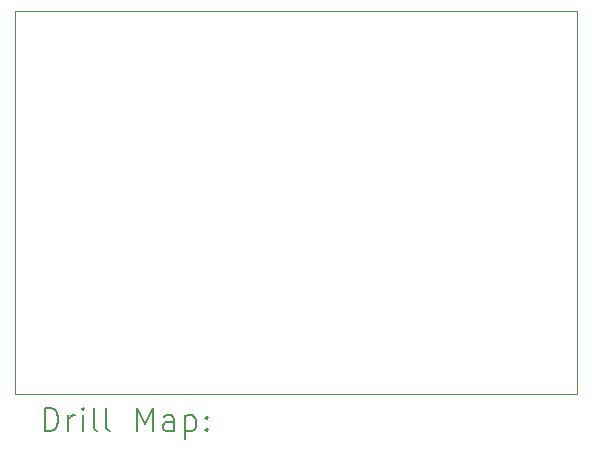
<source format=gbr>
%TF.GenerationSoftware,KiCad,Pcbnew,6.0.10-86aedd382b~118~ubuntu20.04.1*%
%TF.CreationDate,2023-01-04T14:32:27+02:00*%
%TF.ProjectId,PSU controller,50535520-636f-46e7-9472-6f6c6c65722e,rev?*%
%TF.SameCoordinates,Original*%
%TF.FileFunction,Drillmap*%
%TF.FilePolarity,Positive*%
%FSLAX45Y45*%
G04 Gerber Fmt 4.5, Leading zero omitted, Abs format (unit mm)*
G04 Created by KiCad (PCBNEW 6.0.10-86aedd382b~118~ubuntu20.04.1) date 2023-01-04 14:32:27*
%MOMM*%
%LPD*%
G01*
G04 APERTURE LIST*
%ADD10C,0.100000*%
%ADD11C,0.200000*%
G04 APERTURE END LIST*
D10*
X12446000Y-10922000D02*
X17208500Y-10922000D01*
X17208500Y-12636500D02*
X17208500Y-14160500D01*
X17208500Y-10922000D02*
X17208500Y-12573000D01*
X12446000Y-14160500D02*
X12446000Y-10922000D01*
X17208500Y-12573000D02*
X17208500Y-12636500D01*
X17208500Y-14160500D02*
X12446000Y-14160500D01*
D11*
X12698619Y-14475976D02*
X12698619Y-14275976D01*
X12746238Y-14275976D01*
X12774809Y-14285500D01*
X12793857Y-14304548D01*
X12803381Y-14323595D01*
X12812905Y-14361690D01*
X12812905Y-14390262D01*
X12803381Y-14428357D01*
X12793857Y-14447405D01*
X12774809Y-14466452D01*
X12746238Y-14475976D01*
X12698619Y-14475976D01*
X12898619Y-14475976D02*
X12898619Y-14342643D01*
X12898619Y-14380738D02*
X12908143Y-14361690D01*
X12917667Y-14352167D01*
X12936714Y-14342643D01*
X12955762Y-14342643D01*
X13022428Y-14475976D02*
X13022428Y-14342643D01*
X13022428Y-14275976D02*
X13012905Y-14285500D01*
X13022428Y-14295024D01*
X13031952Y-14285500D01*
X13022428Y-14275976D01*
X13022428Y-14295024D01*
X13146238Y-14475976D02*
X13127190Y-14466452D01*
X13117667Y-14447405D01*
X13117667Y-14275976D01*
X13251000Y-14475976D02*
X13231952Y-14466452D01*
X13222428Y-14447405D01*
X13222428Y-14275976D01*
X13479571Y-14475976D02*
X13479571Y-14275976D01*
X13546238Y-14418833D01*
X13612905Y-14275976D01*
X13612905Y-14475976D01*
X13793857Y-14475976D02*
X13793857Y-14371214D01*
X13784333Y-14352167D01*
X13765286Y-14342643D01*
X13727190Y-14342643D01*
X13708143Y-14352167D01*
X13793857Y-14466452D02*
X13774809Y-14475976D01*
X13727190Y-14475976D01*
X13708143Y-14466452D01*
X13698619Y-14447405D01*
X13698619Y-14428357D01*
X13708143Y-14409309D01*
X13727190Y-14399786D01*
X13774809Y-14399786D01*
X13793857Y-14390262D01*
X13889095Y-14342643D02*
X13889095Y-14542643D01*
X13889095Y-14352167D02*
X13908143Y-14342643D01*
X13946238Y-14342643D01*
X13965286Y-14352167D01*
X13974809Y-14361690D01*
X13984333Y-14380738D01*
X13984333Y-14437881D01*
X13974809Y-14456928D01*
X13965286Y-14466452D01*
X13946238Y-14475976D01*
X13908143Y-14475976D01*
X13889095Y-14466452D01*
X14070048Y-14456928D02*
X14079571Y-14466452D01*
X14070048Y-14475976D01*
X14060524Y-14466452D01*
X14070048Y-14456928D01*
X14070048Y-14475976D01*
X14070048Y-14352167D02*
X14079571Y-14361690D01*
X14070048Y-14371214D01*
X14060524Y-14361690D01*
X14070048Y-14352167D01*
X14070048Y-14371214D01*
M02*

</source>
